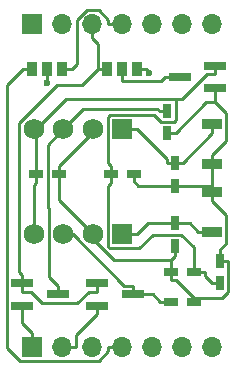
<source format=gtl>
G04 #@! TF.FileFunction,Copper,L1,Top,Signal*
%FSLAX46Y46*%
G04 Gerber Fmt 4.6, Leading zero omitted, Abs format (unit mm)*
G04 Created by KiCad (PCBNEW 4.0.7-e1-6374~58~ubuntu16.04.1) date Wed Aug  2 11:39:31 2017*
%MOMM*%
%LPD*%
G01*
G04 APERTURE LIST*
%ADD10C,0.100000*%
%ADD11R,0.750000X1.200000*%
%ADD12R,1.200000X0.750000*%
%ADD13R,1.750000X1.750000*%
%ADD14C,1.750000*%
%ADD15R,1.700000X1.700000*%
%ADD16O,1.700000X1.700000*%
%ADD17R,0.970000X1.270000*%
%ADD18R,1.900000X0.800000*%
%ADD19R,1.700000X0.900000*%
%ADD20C,0.600000*%
%ADD21C,0.250000*%
G04 APERTURE END LIST*
D10*
D11*
X161290000Y-119060000D03*
X161290000Y-117160000D03*
D12*
X155895000Y-118110000D03*
X157795000Y-118110000D03*
X149545000Y-118110000D03*
X151445000Y-118110000D03*
D11*
X160655000Y-112715000D03*
X160655000Y-114615000D03*
X161290000Y-124140000D03*
X161290000Y-122240000D03*
X165100000Y-127315000D03*
X165100000Y-125415000D03*
D12*
X162875000Y-126365000D03*
X160975000Y-126365000D03*
X160975000Y-128905000D03*
X162875000Y-128905000D03*
D13*
X156845000Y-114300000D03*
D14*
X154345000Y-114300000D03*
X151845000Y-114300000D03*
X149345000Y-114300000D03*
D13*
X156845000Y-123190000D03*
D14*
X154345000Y-123190000D03*
X151845000Y-123190000D03*
X149345000Y-123190000D03*
D15*
X149225000Y-132715000D03*
D16*
X151765000Y-132715000D03*
X154305000Y-132715000D03*
X156845000Y-132715000D03*
X159385000Y-132715000D03*
X161925000Y-132715000D03*
X164465000Y-132715000D03*
D15*
X149225000Y-105410000D03*
D16*
X151765000Y-105410000D03*
X154305000Y-105410000D03*
X156845000Y-105410000D03*
X159385000Y-105410000D03*
X161925000Y-105410000D03*
X164465000Y-105410000D03*
D17*
X158115000Y-109220000D03*
X156845000Y-109220000D03*
X155575000Y-109220000D03*
X149225000Y-109220000D03*
X150495000Y-109220000D03*
X151765000Y-109220000D03*
D18*
X148360000Y-127320000D03*
X148360000Y-129220000D03*
X151360000Y-128270000D03*
X154710000Y-127320000D03*
X154710000Y-129220000D03*
X157710000Y-128270000D03*
X164695000Y-110805000D03*
X164695000Y-108905000D03*
X161695000Y-109855000D03*
D19*
X164465000Y-113870000D03*
X164465000Y-117270000D03*
X164465000Y-122985000D03*
X164465000Y-119585000D03*
D20*
X150495000Y-110383800D03*
X159106400Y-109522700D03*
D21*
X161290000Y-119060000D02*
X161990300Y-119060000D01*
X164465000Y-119060000D02*
X161990300Y-119060000D01*
X161290000Y-119060000D02*
X160589700Y-119060000D01*
X164695000Y-110805000D02*
X164695000Y-111530300D01*
X164465000Y-119060000D02*
X164465000Y-117270000D01*
X164465000Y-117270000D02*
X164465000Y-116494700D01*
X160655000Y-114615000D02*
X161355300Y-114615000D01*
X164695000Y-112003000D02*
X164695000Y-111530300D01*
X165640400Y-112948400D02*
X164695000Y-112003000D01*
X165640400Y-115319300D02*
X165640400Y-112948400D01*
X164465000Y-116494700D02*
X165640400Y-115319300D01*
X163967300Y-112003000D02*
X161355300Y-114615000D01*
X164695000Y-112003000D02*
X163967300Y-112003000D01*
X165100000Y-125415000D02*
X165100000Y-124489700D01*
X164465000Y-119585000D02*
X164465000Y-119060000D01*
X165640400Y-123949300D02*
X165100000Y-124489700D01*
X165640400Y-121535700D02*
X165640400Y-123949300D01*
X164465000Y-120360300D02*
X165640400Y-121535700D01*
X164465000Y-119585000D02*
X164465000Y-120360300D01*
X162875000Y-128905000D02*
X162875000Y-128554800D01*
X165100000Y-125415000D02*
X165800300Y-125415000D01*
X150495000Y-110383800D02*
X150495000Y-109220000D01*
X165312000Y-128554800D02*
X162875000Y-128554800D01*
X165800300Y-128066500D02*
X165312000Y-128554800D01*
X165800300Y-125415000D02*
X165800300Y-128066500D01*
X161385500Y-127065300D02*
X160975000Y-127065300D01*
X162875000Y-128554800D02*
X161385500Y-127065300D01*
X157795000Y-118110000D02*
X157795000Y-118697700D01*
X158157300Y-119060000D02*
X160589700Y-119060000D01*
X157795000Y-118697700D02*
X158157300Y-119060000D01*
X154345000Y-114509700D02*
X151445000Y-117409700D01*
X154345000Y-114300000D02*
X154345000Y-114509700D01*
X151445000Y-118110000D02*
X151445000Y-117409700D01*
X160975000Y-126715100D02*
X160975000Y-127065300D01*
X160975000Y-126715100D02*
X160975000Y-126365000D01*
X161290000Y-124140000D02*
X161290000Y-125065300D01*
X160975000Y-126365000D02*
X160975000Y-125380300D01*
X160975000Y-125380300D02*
X161290000Y-125065300D01*
X151445000Y-118110000D02*
X151445000Y-118810300D01*
X151445000Y-120290000D02*
X154345000Y-123190000D01*
X151445000Y-118810300D02*
X151445000Y-120290000D01*
X156128600Y-125380300D02*
X160975000Y-125380300D01*
X154345000Y-123596700D02*
X156128600Y-125380300D01*
X154345000Y-123190000D02*
X154345000Y-123596700D01*
X160589700Y-116844400D02*
X158045300Y-114300000D01*
X160589700Y-117160000D02*
X160589700Y-116844400D01*
X156845000Y-114300000D02*
X158045300Y-114300000D01*
X161290000Y-117160000D02*
X160589700Y-117160000D01*
X161990300Y-117120000D02*
X161990300Y-117160000D01*
X164465000Y-114645300D02*
X161990300Y-117120000D01*
X164465000Y-113870000D02*
X164465000Y-114645300D01*
X161290000Y-117160000D02*
X161990300Y-117160000D01*
X165100000Y-127315000D02*
X164399700Y-127315000D01*
X163800300Y-126715600D02*
X164399700Y-127315000D01*
X163800300Y-126365000D02*
X163800300Y-126715600D01*
X162875000Y-126365000D02*
X163800300Y-126365000D01*
X149345000Y-119010300D02*
X149345000Y-123190000D01*
X149545000Y-118810300D02*
X149345000Y-119010300D01*
X149545000Y-118110000D02*
X149545000Y-118810300D01*
X162875000Y-124265000D02*
X162875000Y-126365000D01*
X161824600Y-123214600D02*
X162875000Y-124265000D01*
X159464300Y-123214600D02*
X161824600Y-123214600D01*
X158288500Y-124390400D02*
X159464300Y-123214600D01*
X155780600Y-124390400D02*
X158288500Y-124390400D01*
X155644600Y-124254400D02*
X155780600Y-124390400D01*
X155644600Y-119060700D02*
X155644600Y-124254400D01*
X155895000Y-118810300D02*
X155644600Y-119060700D01*
X155895000Y-118110000D02*
X155895000Y-118810300D01*
X164695000Y-108905000D02*
X164695000Y-109630300D01*
X155895000Y-118110000D02*
X155895000Y-117409700D01*
X155644600Y-117159300D02*
X155895000Y-117409700D01*
X155644600Y-113241300D02*
X155644600Y-117159300D01*
X155833200Y-113052700D02*
X155644600Y-113241300D01*
X159524700Y-113052700D02*
X155833200Y-113052700D01*
X160112400Y-113640400D02*
X159524700Y-113052700D01*
X161220200Y-113640400D02*
X160112400Y-113640400D01*
X161387200Y-113473400D02*
X161220200Y-113640400D01*
X161387200Y-111745200D02*
X161387200Y-113473400D01*
X161854800Y-111745200D02*
X161387200Y-111745200D01*
X163969700Y-109630300D02*
X161854800Y-111745200D01*
X164695000Y-109630300D02*
X163969700Y-109630300D01*
X149545000Y-114300000D02*
X149345000Y-114300000D01*
X152099800Y-111745200D02*
X149545000Y-114300000D01*
X161387200Y-111745200D02*
X152099800Y-111745200D01*
X149545000Y-114300000D02*
X149545000Y-118110000D01*
X151360000Y-128270000D02*
X151360000Y-127544700D01*
X150638700Y-126823400D02*
X151360000Y-127544700D01*
X150638700Y-121017100D02*
X150638700Y-126823400D01*
X150519600Y-120898000D02*
X150638700Y-121017100D01*
X150519600Y-115625400D02*
X150519600Y-120898000D01*
X151845000Y-114300000D02*
X150519600Y-115625400D01*
X153542600Y-112602400D02*
X151845000Y-114300000D01*
X159842100Y-112602400D02*
X153542600Y-112602400D01*
X159954700Y-112715000D02*
X159842100Y-112602400D01*
X160655000Y-112715000D02*
X159954700Y-112715000D01*
X164465000Y-122985000D02*
X163289700Y-122985000D01*
X162544700Y-122240000D02*
X161290000Y-122240000D01*
X163289700Y-122985000D02*
X162544700Y-122240000D01*
X158995300Y-122240000D02*
X158045300Y-123190000D01*
X161290000Y-122240000D02*
X158995300Y-122240000D01*
X156845000Y-123190000D02*
X158045300Y-123190000D01*
X160975000Y-128905000D02*
X160049700Y-128905000D01*
X159414700Y-128270000D02*
X157710000Y-128270000D01*
X160049700Y-128905000D02*
X159414700Y-128270000D01*
X157710000Y-128270000D02*
X157710000Y-127544700D01*
X156984700Y-127544700D02*
X157710000Y-127544700D01*
X152630000Y-123190000D02*
X156984700Y-127544700D01*
X151845000Y-123190000D02*
X152630000Y-123190000D01*
X148360000Y-130674700D02*
X149225000Y-131539700D01*
X148360000Y-129220000D02*
X148360000Y-130674700D01*
X149225000Y-132715000D02*
X149225000Y-131539700D01*
X152940300Y-131715000D02*
X152940300Y-132715000D01*
X154710000Y-129945300D02*
X152940300Y-131715000D01*
X154710000Y-129220000D02*
X154710000Y-129945300D01*
X151765000Y-132715000D02*
X152940300Y-132715000D01*
X158925300Y-109341600D02*
X159106400Y-109522700D01*
X158925300Y-109220000D02*
X158925300Y-109341600D01*
X158115000Y-109220000D02*
X158925300Y-109220000D01*
X155669700Y-133082400D02*
X155669700Y-132715000D01*
X154861800Y-133890300D02*
X155669700Y-133082400D01*
X148177400Y-133890300D02*
X154861800Y-133890300D01*
X147084600Y-132797500D02*
X148177400Y-133890300D01*
X147084600Y-110550100D02*
X147084600Y-132797500D01*
X148414700Y-109220000D02*
X147084600Y-110550100D01*
X149225000Y-109220000D02*
X148414700Y-109220000D01*
X156845000Y-132715000D02*
X155669700Y-132715000D01*
X155575000Y-109220000D02*
X154764700Y-109220000D01*
X154305000Y-105410000D02*
X154305000Y-106585300D01*
X154764700Y-107045000D02*
X154305000Y-106585300D01*
X154764700Y-109220000D02*
X154764700Y-107045000D01*
X148360000Y-127320000D02*
X148360000Y-126594700D01*
X149085300Y-128045300D02*
X148360000Y-128045300D01*
X150039400Y-128999400D02*
X149085300Y-128045300D01*
X153030600Y-128999400D02*
X150039400Y-128999400D01*
X153984700Y-128045300D02*
X153030600Y-128999400D01*
X154710000Y-128045300D02*
X153984700Y-128045300D01*
X154710000Y-127320000D02*
X154710000Y-128045300D01*
X148360000Y-127320000D02*
X148360000Y-128045300D01*
X148105200Y-126339900D02*
X148360000Y-126594700D01*
X148105200Y-113799100D02*
X148105200Y-126339900D01*
X151345700Y-110558600D02*
X148105200Y-113799100D01*
X153426100Y-110558600D02*
X151345700Y-110558600D01*
X154764700Y-109220000D02*
X153426100Y-110558600D01*
X155669700Y-105042600D02*
X155669700Y-105410000D01*
X154861800Y-104234700D02*
X155669700Y-105042600D01*
X153817900Y-104234700D02*
X154861800Y-104234700D01*
X153035000Y-105017600D02*
X153817900Y-104234700D01*
X153035000Y-108760300D02*
X153035000Y-105017600D01*
X152575300Y-109220000D02*
X153035000Y-108760300D01*
X151765000Y-109220000D02*
X152575300Y-109220000D01*
X156845000Y-105410000D02*
X155669700Y-105410000D01*
X160094400Y-110180300D02*
X156845000Y-110180300D01*
X160419700Y-109855000D02*
X160094400Y-110180300D01*
X161695000Y-109855000D02*
X160419700Y-109855000D01*
X156845000Y-109220000D02*
X156845000Y-110180300D01*
M02*

</source>
